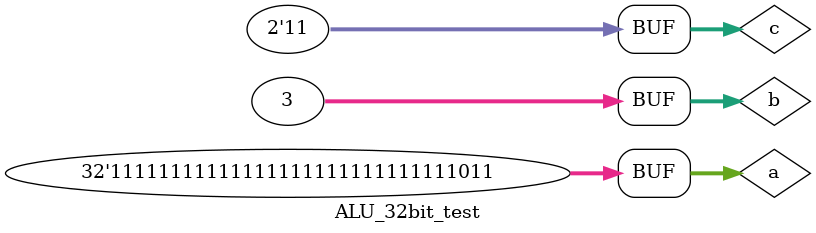
<source format=v>
`timescale 1ns/1ps 
module ALU_32bit_test;
    
    // Inputs
    reg [31:0]a;
    reg [31:0]b;
    reg [1:0]c;

    // Outputs
    wire [31:0]y;

    // Instantiate the Unit Under Test (UUT)
    ALU_32bit uut(
        .c(c),
        .a(a),
        .b(b),
        .y(y)
    );

    initial begin
        // Initialize Inputs
        $dumpfile("ALU_32bit_test.vcd");
        $dumpvars(0,ALU_32bit_test);

        a=32'b11111111111111111111111111111011;
        b=32'b00000000000000000000000000000011;

        c=2'b00;
            
        #50;
        c=2'b01;

        #50;
        c=2'b10;

        #50;
        c=2'b11;

        #50;

    end
endmodule
</source>
